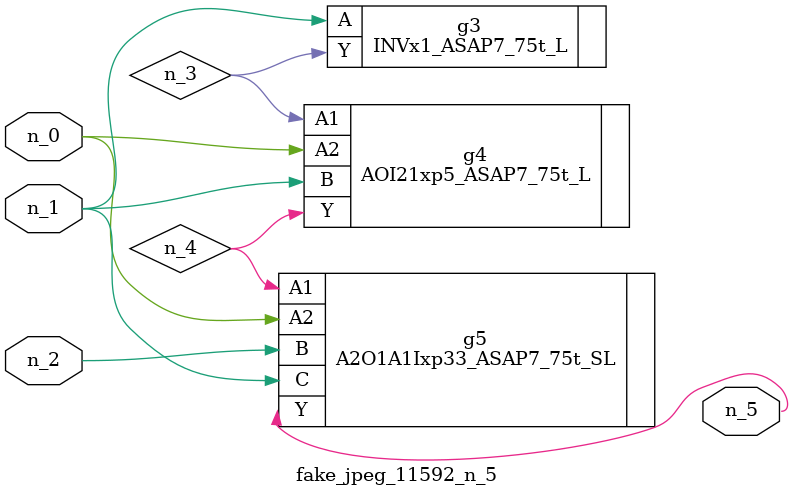
<source format=v>
module fake_jpeg_11592_n_5 (n_0, n_2, n_1, n_5);

input n_0;
input n_2;
input n_1;

output n_5;

wire n_3;
wire n_4;

INVx1_ASAP7_75t_L g3 ( 
.A(n_1),
.Y(n_3)
);

AOI21xp5_ASAP7_75t_L g4 ( 
.A1(n_3),
.A2(n_0),
.B(n_1),
.Y(n_4)
);

A2O1A1Ixp33_ASAP7_75t_SL g5 ( 
.A1(n_4),
.A2(n_0),
.B(n_2),
.C(n_1),
.Y(n_5)
);


endmodule
</source>
